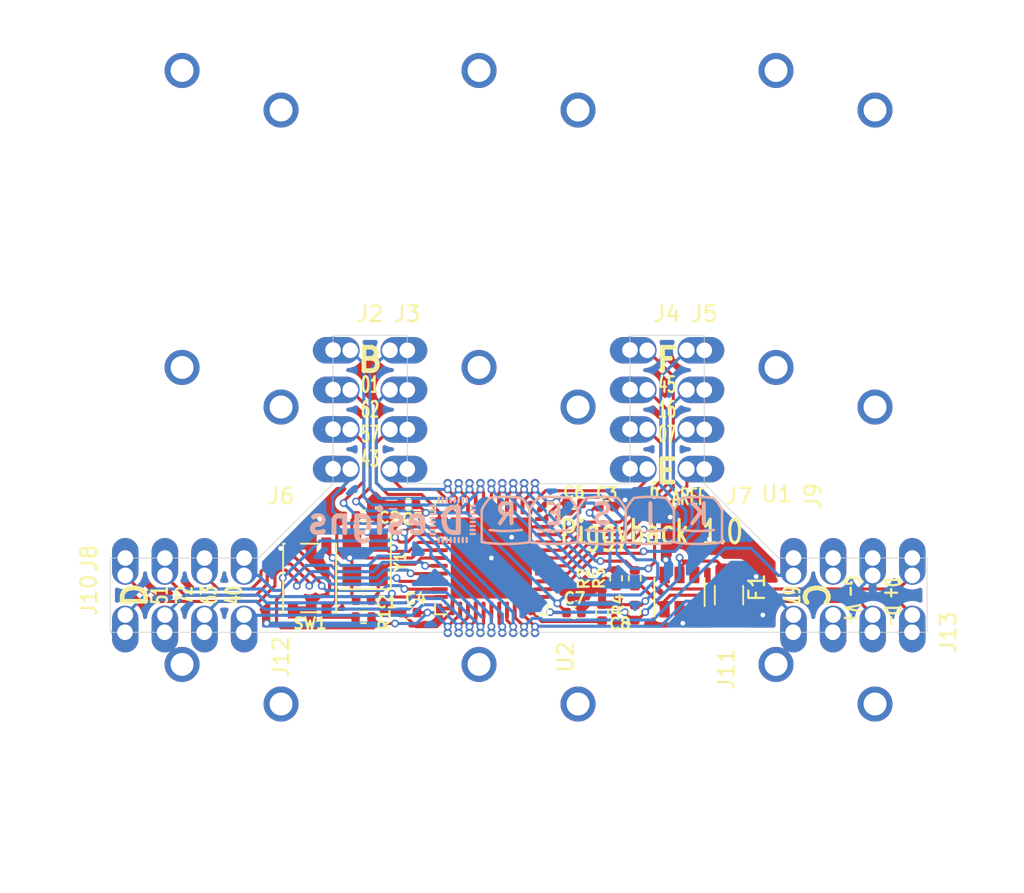
<source format=kicad_pcb>
(kicad_pcb (version 20210824) (generator pcbnew)
  (layers (0 "F.Cu" signal) (31 "B.Cu" signal) (34 "B.Paste" user) (35 "F.Paste" user) (36 "B.SilkS" user "B.Silkscreen") (37 "F.SilkS" user "F.Silkscreen") (38 "B.Mask" user) (39 "F.Mask" user) (44 "Edge.Cuts" user))
  (net 0 "")
  (net 1 "GND")
  (net 2 "+5V")
  (net 3 "VCC")
  (net 4 "D-")
  (net 5 "D+")
  (net 26 "RESET")
  (net 27 "D++")
  (net 28 "D--")
  (net 29 "X1")
  (net 30 "X2")
  (net 31 "UCAP")
  (net 32 "E2{slash}HWB")
  (net 33 "AREF")
  (net 34 "F0")
  (net 35 "F1")
  (net 36 "F4")
  (net 37 "F5")
  (net 38 "F6")
  (net 39 "F7")
  (net 40 "C7")
  (net 41 "C6")
  (net 42 "B6")
  (net 43 "B5")
  (net 44 "B4")
  (net 45 "D7")
  (net 46 "D6")
  (net 47 "D4")
  (net 48 "D5")
  (net 49 "D3")
  (net 50 "D2")
  (net 51 "D1")
  (net 52 "D0")
  (net 53 "B7")
  (net 54 "B0")
  (net 55 "E6")
  (net 56 "B3")
  (net 57 "B2")
  (net 58 "B1")
  (net 59 "Net-(J11-Pad4)")
  (net 60 "Net-(J11-Pad3)")
  (footprint "Capacitor_SMD:C_0402_1005Metric" (layer "F.Cu") (at 93.175 86.84375 90)
    (fp_text reference "C8")
    (fp_text value "10uF")
  )
  (footprint "Crystal:Crystal_SMD_3225-4Pin_3.2x2.5mm" (layer "F.Cu") (at 75.875 83.34375 90)
    (fp_text reference "Y1")
    (fp_text value "16MHz")
  )
  (footprint "Capacitor_SMD:C_0402_1005Metric" (layer "F.Cu") (at 75.775 86.04375 180)
    (fp_text reference "C1")
    (fp_text value "22pF")
  )
  (footprint "Capacitor_SMD:C_0402_1005Metric" (layer "F.Cu") (at 78.725 86.84375 180)
    (fp_text reference "C4")
    (fp_text value "0.1uF")
  )
  (footprint "Capacitor_SMD:C_0402_1005Metric" (layer "F.Cu") (at 75.775 80.64375 180)
    (fp_text reference "C2")
    (fp_text value "22pF")
  )
  (footprint "Capacitor_SMD:C_0402_1005Metric" (layer "F.Cu") (at 78.653459 79.908459 180)
    (fp_text reference "C5")
    (fp_text value "0.1uF")
  )
  (footprint "Capacitor_SMD:C_0402_1005Metric" (layer "F.Cu") (at 89.275 79.84375)
    (fp_text reference "C6")
    (fp_text value "0.1uF")
  )
  (footprint "Capacitor_SMD:C_0402_1005Metric" (layer "F.Cu") (at 91.375 80.04375)
    (fp_text reference "C3")
    (fp_text value "1uF")
  )
  (footprint "Resistor_SMD:R_0402_1005Metric" (layer "F.Cu") (at 75.775 87.14375 180)
    (fp_text reference "R1")
    (fp_text value "10k")
  )
  (footprint "Resistor_SMD:R_0402_1005Metric" (layer "F.Cu") (at 91.075 86.84375 -90)
    (fp_text reference "R4")
    (fp_text value "10K")
  )
  (footprint "Button_Switch_SMD:SW_SPST_PTS810" (layer "F.Cu") (at 72.317123 84.625014 90)
    (fp_text reference "SW1")
    (fp_text value "SW_Push")
  )
  (footprint "Fuse:Fuse_1206_3216Metric" (layer "F.Cu") (at 99.21875 85.725 -90)
    (fp_text reference "F1")
    (fp_text value "500mA")
  )
  (footprint "Resistor_SMD:R_0402_1005Metric" (layer "F.Cu") (at 93.175 84.64375 -90)
    (fp_text reference "R3")
    (fp_text value "22")
  )
  (footprint "Resistor_SMD:R_0402_1005Metric" (layer "F.Cu") (at 91.975 84.64375 -90)
    (fp_text reference "R2")
    (fp_text value "22")
  )
  (footprint "Capacitor_SMD:C_0402_1005Metric" (layer "F.Cu") (at 89.275 86.84375)
    (fp_text reference "C7")
    (fp_text value "0.1uF")
  )
  (footprint "Connector_PinHeader_2.54mm:PinHeader_1x04_P2.54mm_Vertical" (layer "F.Cu") (at 68.09375 88.10625 -90)
    (fp_text reference "J12")
    (fp_text value "Conn_01x04_Female")
  )
  (footprint "Package_TO_SOT_SMD:SOT-23-6" (layer "F.Cu") (at 96.04375 85.53 90)
    (fp_text reference "U1")
    (fp_text value "SRV05-4")
  )
  (footprint "Connector_PinHeader_2.54mm:PinHeader_1x04_P2.54mm_Vertical" (layer "F.Cu") (at 92.86875 77.61875 180)
    (fp_text reference "J7")
    (fp_text value "Conn_01x04_Female")
  )
  (footprint "Connector_PinHeader_2.54mm:PinHeader_1x04_P2.54mm_Vertical" (layer "F.Cu") (at 97.63125 70.01875)
    (fp_text reference "J5")
    (fp_text value "Conn_01x04_Female")
  )
  (footprint "Connector_PinHeader_2.54mm:PinHeader_1x04_P2.54mm_Vertical" (layer "F.Cu") (at 78.58125 70.01875)
    (fp_text reference "J3")
    (fp_text value "Conn_01x04_Female")
  )
  (footprint "Connector_PinHeader_2.54mm:PinHeader_2x04_P2.54mm_Vertical" (layer "F.Cu") (at 93.975 70.01875)
    (fp_text reference "J4")
    (fp_text value "Conn_02x04_Odd_Even")
  )
  (footprint "Connector_PinHeader_2.54mm:PinHeader_1x04_P2.54mm_Vertical" (layer "F.Cu") (at 103.35625 83.34375 90)
    (fp_text reference "J9")
    (fp_text value "Conn_01x04_Female")
  )
  (footprint "Connector_PinHeader_2.54mm:PinHeader_1x04_P2.54mm_Vertical" (layer "F.Cu") (at 60.49375 83.34375 90)
    (fp_text reference "J8")
    (fp_text value "Conn_01x04_Female")
  )
  (footprint "Connector_PinHeader_2.54mm:PinHeader_1x04_P2.54mm_Vertical" (layer "F.Cu") (at 73.81875 77.61875 180)
    (fp_text reference "J6")
    (fp_text value "Conn_01x04_Female")
  )
  (footprint "Connector_PinHeader_2.54mm:PinHeader_2x04_P2.54mm_Vertical" (layer "F.Cu") (at 60.49375 87 90)
    (fp_text reference "J10")
    (fp_text value "Conn_02x04_Odd_Even")
  )
  (footprint "Connector_PinHeader_2.54mm:PinHeader_1x04_P2.54mm_Vertical" (layer "F.Cu") (at 110.95625 88.10625 -90)
    (fp_text reference "J13")
    (fp_text value "Conn_01x04_Female")
  )
  (footprint "Connector_PinHeader_2.54mm:PinHeader_2x04_P2.54mm_Vertical" (layer "F.Cu") (at 74.925 70.01875)
    (fp_text reference "J2")
    (fp_text value "Conn_02x04_Odd_Even")
  )
  (footprint "Package_DFN_QFN:QFN-44-1EP_7x7mm_P0.5mm_EP5.2x5.2mm" (layer "F.Cu") (at 83.975 83.34375 -90)
    (fp_text reference "U2")
    (fp_text value "ATmega32U4-MU")
  )
  (footprint "Connector_PinHeader_2.54mm:PinHeader_2x04_P2.54mm_Vertical" (layer "F.Cu") (at 103.35625 87 90)
    (fp_text reference "J11")
    (fp_text value "Conn_02x04_Odd_Even")
  )
  (footprint "MX_Only:MXOnly-1U-NoLED" (layer "B.Cu") (at 66.675 57.15 180)
    (fp_text reference "MX1")
    (fp_text value "MX-NoLED")
  )
  (footprint "MX_Only:MXOnly-1U-NoLED" (layer "B.Cu") (at 66.675 76.2 180)
    (fp_text reference "MX4")
    (fp_text value "MX-NoLED")
  )
  (footprint "MX_Only:MXOnly-1U-NoLED" (layer "B.Cu") (at 66.675 95.25 180)
    (fp_text reference "MX7")
    (fp_text value "MX-NoLED")
  )
  (footprint "MX_Only:MXOnly-1U-NoLED" (layer "B.Cu") (at 85.725 57.15 180)
    (fp_text reference "MX2")
    (fp_text value "MX-NoLED")
  )
  (footprint "MX_Only:MXOnly-1U-NoLED" (layer "B.Cu") (at 85.725 76.2 180)
    (fp_text reference "MX5")
    (fp_text value "MX-NoLED")
  )
  (footprint "MX_Only:MXOnly-1U-NoLED" (layer "B.Cu") (at 85.725 95.25 180)
    (fp_text reference "MX8")
    (fp_text value "MX-NoLED")
  )
  (footprint "MX_Only:MXOnly-1U-NoLED" (layer "B.Cu") (at 104.775 57.15 180)
    (fp_text reference "MX3")
    (fp_text value "MX-NoLED")
  )
  (footprint "MX_Only:MXOnly-1U-NoLED" (layer "B.Cu") (at 104.775 76.2 180)
    (fp_text reference "MX6")
    (fp_text value "MX-NoLED")
  )
  (footprint "MX_Only:MXOnly-1U-NoLED" (layer "B.Cu") (at 104.775 95.25 180)
    (fp_text reference "MX9")
    (fp_text value "MX-NoLED")
  )
  (footprint "LOGO" (layer "B.Cu") (at 85.5625 80.9625 180)
    (fp_text reference "G***" hide)
    (fp_text value "LOGO" hide)
  )
  (gr_line (start 111.91875 88.10625) (end 59.53125 88.10625) (layer "Edge.Cuts") (width 0.05))
  (gr_line (start 78.58125 69.05625) (end 78.58125 78.58125) (layer "Edge.Cuts") (width 0.05))
  (gr_line (start 78.58125 78.58125) (end 92.86875 78.58125) (layer "Edge.Cuts") (width 0.05))
  (gr_line (start 111.91875 83.34375) (end 111.91875 88.10625) (layer "Edge.Cuts") (width 0.05))
  (gr_line (start 59.53125 83.34375) (end 69.05625 83.34375) (layer "Edge.Cuts") (width 0.05))
  (gr_line (start 102.39375 83.34375) (end 111.91875 83.34375) (layer "Edge.Cuts") (width 0.05))
  (gr_line (start 92.86875 69.05625) (end 97.63125 69.05625) (layer "Edge.Cuts") (width 0.05))
  (gr_line (start 73.81875 69.05625) (end 78.58125 69.05625) (layer "Edge.Cuts") (width 0.05))
  (gr_line (start 69.05625 83.34375) (end 73.81875 78.58125) (layer "Edge.Cuts") (width 0.05))
  (gr_line (start 97.63125 69.05625) (end 97.63125 78.58125) (layer "Edge.Cuts") (width 0.05))
  (gr_line (start 59.53125 88.10625) (end 59.53125 83.34375) (layer "Edge.Cuts") (width 0.05))
  (gr_line (start 73.81875 78.58125) (end 73.81875 69.05625) (layer "Edge.Cuts") (width 0.05))
  (gr_line (start 97.63125 78.58125) (end 102.39375 83.34375) (layer "Edge.Cuts") (width 0.05))
  (gr_line (start 92.86875 78.58125) (end 92.86875 69.05625) (layer "Edge.Cuts") (width 0.05))
  (gr_text "D+ D-" (at 109.694408 86.171253 270) (layer "F.SilkS") (effects (font (size 1 0.6))))
  (gr_text "51" (at 62.70125 85.725 90) (layer "F.SilkS") (effects (font (size 1 0.6))))
  (gr_text "B" (at 76.195 70.64375) (layer "F.SilkS") (effects (font (size 1.5 1.5) (thickness 0.3))))
  (gr_text "C" (at 104.77 85.725 270) (layer "F.SilkS") (effects (font (size 1.5 1.5) (thickness 0.3))))
  (gr_text "57" (at 76.195 75.40625) (layer "F.SilkS") (effects (font (size 1 0.6))))
  (gr_text "63\n" (at 65.87625 85.725 90) (layer "F.SilkS") (effects (font (size 1 0.6))))
  (gr_text "D" (at 61.11375 85.725 90) (layer "F.SilkS") (effects (font (size 1.5 1.5) (thickness 0.3))))
  (gr_text "16" (at 95.245 73.81875) (layer "F.SilkS") (effects (font (size 1 0.6))))
  (gr_text "G- V+" (at 107.099131 86.029309 270) (layer "F.SilkS") (effects (font (size 1 0.6))))
  (gr_text "67" (at 103.1825 85.725 270) (layer "F.SilkS") (effects (font (size 1 0.6))))
  (gr_text "43" (at 76.195 76.99375) (layer "F.SilkS") (effects (font (size 1 0.6))))
  (gr_text "E" (at 95.245 77.7875) (layer "F.SilkS") (effects (font (size 1.5 1.5) (thickness 0.3))))
  (gr_text "07" (at 95.245 75.40625) (layer "F.SilkS") (effects (font (size 1 0.6))))
  (gr_text "6" (at 94.432806 79.015361) (layer "F.SilkS") (effects (font (size 1 0.6))))
  (gr_text "45" (at 95.245 72.23125) (layer "F.SilkS") (effects (font (size 1 0.6))))
  (gr_text "Piggyback 1.0" (at 94.239155 81.678156) (layer "F.SilkS") (effects (font (size 1.5 1.1) (thickness 0.2))))
  (gr_text "72" (at 64.28875 85.73 90) (layer "F.SilkS") (effects (font (size 1 0.6))))
  (gr_text "F" (at 95.245 70.64375) (layer "F.SilkS") (effects (font (size 1.5 1.5) (thickness 0.3))))
  (gr_text "AREF" (at 96.65058 79.425018) (layer "F.SilkS") (effects (font (size 1 0.6))))
  (gr_text "40" (at 67.46375 85.725 90) (layer "F.SilkS") (effects (font (size 1 0.6))))
  (gr_text "01" (at 76.195 72.23125) (layer "F.SilkS") (effects (font (size 1 0.6))))
  (gr_text "62" (at 76.195 73.81875) (layer "F.SilkS") (effects (font (size 1 0.6))))
  (segment (start 87.3125 81.34375) (end 85.975 81.34375) (width 0.2) (layer "F.Cu") (net 1))
  (segment (start 73.995 81.61875) (end 74.059743 81.683493) (width 0.2) (layer "F.Cu") (net 1))
  (segment (start 89.755 86.84375) (end 90.265 86.33375) (width 0.2) (layer "F.Cu") (net 1))
  (segment (start 93.593414 86.36375) (end 93.851082 86.106082) (width 0.2) (layer "F.Cu") (net 1))
  (segment (start 74.059743 81.683493) (end 74.059743 82.906575) (width 0.2) (layer "F.Cu") (net 1))
  (segment (start 89.755 79.84375) (end 89.08 80.51875) (width 0.2) (layer "F.Cu") (net 1))
  (segment (start 93.59 86.36375) (end 93.593414 86.36375) (width 0.2) (layer "F.Cu") (net 1))
  (segment (start 84.475 80.00625) (end 84.475 82.84375) (width 0.2) (layer "F.Cu") (net 1))
  (segment (start 100.95625 84.53) (end 100.95625 83.73) (width 0.2) (layer "F.Cu") (net 1))
  (segment (start 70.45625 82.73) (end 70.636236 82.550014) (width 0.2) (layer "F.Cu") (net 1))
  (segment (start 84.675 78.94375) (end 84.675 78.54375) (width 0.2) (layer "F.Cu") (net 1))
  (segment (start 76.725 82.24375) (end 77.4 82.91875) (width 0.2) (layer "F.Cu") (net 1))
  (segment (start 84.475 80.00625) (end 84.475 79.14375) (width 0.2) (layer "F.Cu") (net 1))
  (segment (start 90.265 86.33375) (end 91.075 86.33375) (width 0.2) (layer "F.Cu") (net 1))
  (segment (start 80.6375 82.34375) (end 82.975 82.34375) (width 0.2) (layer "F.Cu") (net 1))
  (segment (start 78.695 82.91875) (end 79.27 82.34375) (width 0.2) (layer "F.Cu") (net 1))
  (segment (start 96.04375 87.3175) (end 96.25625 87.53) (width 0.2) (layer "F.Cu") (net 1))
  (segment (start 75.025 84.44375) (end 75.025 83.46125) (width 0.2) (layer "F.Cu") (net 1))
  (segment (start 95.445 80.71875) (end 95.445 83.167187) (width 0.2) (layer "F.Cu") (net 1))
  (segment (start 71.242123 82.550014) (end 71.963736 82.550014) (width 0.2) (layer "F.Cu") (net 1))
  (segment (start 93.175 86.36375) (end 93.59 86.36375) (width 0.2) (layer "F.Cu") (net 1))
  (segment (start 81.475 86.68125) (end 81.475 85.84375) (width 0.2) (layer "F.Cu") (net 1))
  (segment (start 95.445 83.167187) (end 95.159732 83.452455) (width 0.2) (layer "F.Cu") (net 1))
  (segment (start 72.895 81.61875) (end 73.995 81.61875) (width 0.2) (layer "F.Cu") (net 1))
  (segment (start 73.595 85.41875) (end 73.595 84.81875) (width 0.2) (layer "F.Cu") (net 1))
  (segment (start 91.855 80.04375) (end 91.255 79.44375) (width 0.2) (layer "F.Cu") (net 1))
  (segment (start 79.145 87.74375) (end 78.245 86.84375) (width 0.2) (layer "F.Cu") (net 1))
  (segment (start 74.059743 82.906575) (end 74.483168 83.33) (width 0.2) (layer "F.Cu") (net 1))
  (segment (start 75.025 85.77375) (end 75.025 84.44375) (width 0.2) (layer "F.Cu") (net 1))
  (segment (start 89.755 86.84375) (end 88.255 85.34375) (width 0.2) (layer "F.Cu") (net 1))
  (segment (start 91.255 79.44375) (end 90.155 79.44375) (width 0.2) (layer "F.Cu") (net 1))
  (segment (start 100.95625 83.73) (end 97.945 80.71875) (width 0.2) (layer "F.Cu") (net 1))
  (segment (start 75.295 86.04375) (end 75.025 85.77375) (width 0.2) (layer "F.Cu") (net 1))
  (segment (start 75.025 83.46125) (end 74.89375 83.33) (width 0.2) (layer "F.Cu") (net 1))
  (segment (start 70.636236 82.550014) (end 71.242123 82.550014) (width 0.2) (layer "F.Cu") (net 1))
  (segment (start 76.725 81.11375) (end 76.255 80.64375) (width 0.2) (layer "F.Cu") (net 1))
  (segment (start 89.08 80.51875) (end 88.645 80.51875) (width 0.2) (layer "F.Cu") (net 1))
  (segment (start 78.245 80.07875) (end 78.245 79.84375) (width 0.2) (layer "F.Cu") (net 1))
  (segment (start 79.27 82.34375) (end 80.6375 82.34375) (width 0.2) (layer "F.Cu") (net 1))
  (segment (start 96.04375 86.63) (end 96.04375 87.3175) (width 0.2) (layer "F.Cu") (net 1))
  (segment (start 77.4 82.91875) (end 78.695 82.91875) (width 0.2) (layer "F.Cu") (net 1))
  (segment (start 71.242123 86.700014) (end 72.113736 86.700014) (width 0.2) (layer "F.Cu") (net 1))
  (segment (start 76.725 81.59875) (end 78.245 80.07875) (width 0.2) (layer "F.Cu") (net 1))
  (segment (start 88.255 85.34375) (end 87.3125 85.34375) (width 0.2) (layer "F.Cu") (net 1))
  (segment (start 73.295 85.71875) (end 73.595 85.41875) (width 0.2) (layer "F.Cu") (net 1))
  (segment (start 91.855 80.04375) (end 92.12 80.04375) (width 0.2) (layer "F.Cu") (net 1))
  (segment (start 74.483168 83.33) (end 74.89375 83.33) (width 0.2) (layer "F.Cu") (net 1))
  (segment (start 97.945 80.71875) (end 95.445 80.71875) (width 0.2) (layer "F.Cu") (net 1))
  (segment (start 71.963736 82.550014) (end 72.895 81.61875) (width 0.2) (layer "F.Cu") (net 1))
  (segment (start 80.475 87.74375) (end 79.145 87.74375) (width 0.2) (layer "F.Cu") (net 1))
  (segment (start 76.725 81.11375) (end 76.725 82.24375) (width 0.2) (layer "F.Cu") (net 1))
  (segment (start 90.155 79.44375) (end 89.755 79.84375) (width 0.2) (layer "F.Cu") (net 1))
  (segment (start 73.095 85.71875) (end 73.295 85.71875) (width 0.2) (layer "F.Cu") (net 1))
  (segment (start 87.3125 85.34375) (end 85.975 85.34375) (width 0.2) (layer "F.Cu") (net 1))
  (segment (start 92.12 80.04375) (end 92.545 79.61875) (width 0.2) (layer "F.Cu") (net 1))
  (segment (start 72.113736 86.700014) (end 73.095 85.71875) (width 0.2) (layer "F.Cu") (net 1))
  (segment (start 88.645 80.51875) (end 87.82 81.34375) (width 0.2) (layer "F.Cu") (net 1))
  (segment (start 84.475 79.14375) (end 84.675 78.94375) (width 0.2) (layer "F.Cu") (net 1))
  (segment (start 81.475 86.74375) (end 80.475 87.74375) (width 0.2) (layer "F.Cu") (net 1))
  (segment (start 91.075 86.33375) (end 93.145 86.33375) (width 0.2) (layer "F.Cu") (net 1))
  (segment (start 87.82 81.34375) (end 87.3125 81.34375) (width 0.2) (layer "F.Cu") (net 1))
  (segment (start 73.595 84.81875) (end 71.326264 82.550014) (width 0.2) (layer "F.Cu") (net 1))
  (via (at 95.445 80.71875) (size 0.5) (drill 0.3) (layers "F.Cu" "B.Cu") (net 1))
  (via (at 72.95625 80.83) (size 0.5) (drill 0.3) (layers "F.Cu" "B.Cu") (net 1))
  (via (at 97.95625 82.13) (size 0.5) (drill 0.3) (layers "F.Cu" "B.Cu") (net 1))
  (via (at 95.159732 83.452455) (size 0.5) (drill 0.3) (layers "F.Cu" "B.Cu") (net 1))
  (via (at 70.45625 82.73) (size 0.5) (drill 0.3) (layers "F.Cu" "B.Cu") (net 1))
  (via (at 96.25625 87.53) (size 0.5) (drill 0.3) (layers "F.Cu" "B.Cu") (net 1))
  (via (at 92.545 79.61875) (size 0.5) (drill 0.3) (layers "F.Cu" "B.Cu") (net 1))
  (via (at 74.89375 83.33) (size 0.5) (drill 0.3) (layers "F.Cu" "B.Cu") (net 1))
  (via (at 101.38625 87) (size 0.5) (drill 0.3) (layers "F.Cu" "B.Cu") (net 1))
  (via (at 83.975 83.34375) (size 0.5) (drill 0.3) (layers "F.Cu" "B.Cu") (net 1))
  (via (at 84.675 78.94375) (size 0.5) (drill 0.3) (layers "F.Cu" "B.Cu") (net 1))
  (via (at 93.851082 86.106082) (size 0.5) (drill 0.3) (layers "F.Cu" "B.Cu") (net 1))
  (via (at 76.021539 81.675334) (size 0.5) (drill 0.3) (layers "F.Cu" "B.Cu") (net 1))
  (via (at 77.695 82.71875) (size 0.5) (drill 0.3) (layers "F.Cu" "B.Cu") (net 1))
  (via (at 100.95625 84.53) (size 0.5) (drill 0.3) (layers "F.Cu" "B.Cu") (net 1))
  (via (at 85.27633 82.009919) (size 0.5) (drill 0.3) (layers "F.Cu" "B.Cu") (net 1))
  (via (at 84.675 78.54375) (size 0.55) (drill 0.3) (layers "F.Cu" "B.Cu") (net 1))
  (via (at 69.55625 87.53) (size 0.5) (drill 0.3) (layers "F.Cu" "B.Cu") (net 1))
  (segment (start 82.275 86.04375) (end 83.375 87.14375) (width 0.2) (layer "B.Cu") (net 1))
  (segment (start 84.675 78.94375) (end 89.975 84.24375) (width 0.2) (layer "B.Cu") (net 1))
  (segment (start 94.345 79.61875) (end 95.445 80.71875) (width 0.2) (layer "B.Cu") (net 1))
  (segment (start 93.851082 86.106082) (end 95.159732 84.797432) (width 0.2) (layer "B.Cu") (net 1))
  (segment (start 75.88375 83.33) (end 76.495 82.71875) (width 0.2) (layer "B.Cu") (net 1))
  (segment (start 95.159732 84.797432) (end 95.159732 83.452455) (width 0.2) (layer "B.Cu") (net 1))
  (segment (start 96.78625 87) (end 101.38625 87) (width 0.2) (layer "B.Cu") (net 1))
  (segment (start 96.25625 87.53) (end 96.78625 87) (width 0.2) (layer "B.Cu") (net 1))
  (segment (start 74.275 81.54375) (end 76.075 81.54375) (width 0.2) (layer "B.Cu") (net 1))
  (segment (start 76.075 81.54375) (end 76.075 81.634151) (width 0.2) (layer "B.Cu") (net 1))
  (segment (start 74.89375 83.33) (end 75.88375 83.33) (width 0.2) (layer "B.Cu") (net 1))
  (segment (start 108.43625 84.46) (end 107.1775 85.71875) (width 0.2) (layer "B.Cu") (net 1))
  (segment (start 82.275 86.04375) (end 81.275 85.04375) (width 0.2) (layer "B.Cu") (net 1))
  (segment (start 76.495 82.71875) (end 77.695 82.71875) (width 0.2) (layer "B.Cu") (net 1))
  (segment (start 92.545 79.61875) (end 94.345 79.61875) (width 0.2) (layer "B.Cu") (net 1))
  (segment (start 102.145 85.71875) (end 100.95625 84.53) (width 0.2) (layer "B.Cu") (net 1))
  (segment (start 76.075 81.634151) (end 76.051004 81.658147) (width 0.2) (layer "B.Cu") (net 1))
  (segment (start 107.1775 85.71875) (end 102.145 85.71875) (width 0.2) (layer "B.Cu") (net 1))
  (segment (start 76.075 81.54375) (end 77.375 81.54375) (width 0.2) (layer "B.Cu") (net 1))
  (segment (start 83.475 80.00625) (end 83.475 79.14375) (width 0.2) (layer "F.Cu") (net 2))
  (segment (start 96.04375 83.975) (end 96.475 83.54375) (width 0.2) (layer "F.Cu") (net 2))
  (segment (start 78.095 82.31875) (end 77.795 82.01875) (width 0.2) (layer "F.Cu") (net 2))
  (segment (start 88.2075 86.25625) (end 87.795 85.84375) (width 0.2) (layer "F.Cu") (net 2))
  (segment (start 80.6375 81.84375) (end 79.07 81.84375) (width 0.2) (layer "F.Cu") (net 2))
  (segment (start 96.045 83.31875) (end 96.27 83.54375) (width 0.2) (layer "F.Cu") (net 2))
  (segment (start 81.975 86.94375) (end 81.175 87.74375) (width 0.2) (layer "F.Cu") (net 2))
  (segment (start 70.595 85.61875) (end 70.595 84.61875) (width 0.2) (layer "F.Cu") (net 2))
  (segment (start 79.205 86.84375) (end 79.875 86.84375) (width 0.2) (layer "F.Cu") (net 2))
  (segment (start 96.27 83.54375) (end 98.4375 83.54375) (width 0.2) (layer "F.Cu") (net 2))
  (segment (start 87.795 85.84375) (end 87.3125 85.84375) (width 0.2) (layer "F.Cu") (net 2))
  (segment (start 79.07 81.84375) (end 78.595 82.31875) (width 0.2) (layer "F.Cu") (net 2))
  (segment (start 78.77 80.44375) (end 79.775 80.44375) (width 0.2) (layer "F.Cu") (net 2))
  (segment (start 93.05 87.32375) (end 92.545 86.81875) (width 0.2) (layer "F.Cu") (net 2))
  (segment (start 70.195 86.01875) (end 70.595 85.61875) (width 0.2) (layer "F.Cu") (net 2))
  (segment (start 70.495 87.81875) (end 70.195 87.51875) (width 0.2) (layer "F.Cu") (net 2))
  (segment (start 93.34 87.32375) (end 93.845 86.81875) (width 0.2) (layer "F.Cu") (net 2))
  (segment (start 88.25875 79.84375) (end 88.795 79.84375) (width 0.2) (layer "F.Cu") (net 2))
  (segment (start 88.795 86.84375) (end 88.2075 86.25625) (width 0.2) (layer "F.Cu") (net 2))
  (segment (start 77.795 82.01875) (end 77.795 81.41875) (width 0.2) (layer "F.Cu") (net 2))
  (segment (start 76.285 87.14375) (end 76.685 87.54375) (width 0.2) (layer "F.Cu") (net 2))
  (segment (start 76.685 87.54375) (end 77.795 87.54375) (width 0.2) (layer "F.Cu") (net 2))
  (segment (start 70.195 87.51875) (end 70.195 86.01875) (width 0.2) (layer "F.Cu") (net 2))
  (segment (start 79.675 80.34375) (end 79.775 80.44375) (width 0.2) (layer "F.Cu") (net 2))
  (segment (start 79.205 79.87375) (end 79.675 80.34375) (width 0.2) (layer "F.Cu") (net 2))
  (segment (start 76.685 87.54375) (end 76.41 87.81875) (width 0.2) (layer "F.Cu") (net 2))
  (segment (start 85.975 79.74375) (end 86.775 78.94375) (width 0.2) (layer "F.Cu") (net 2))
  (segment (start 83.275 78.94375) (end 83.275 78.54375) (width 0.2) (layer "F.Cu") (net 2))
  (segment (start 77.795 81.41875) (end 78.77 80.44375) (width 0.2) (layer "F.Cu") (net 2))
  (segment (start 87.77 86.84375) (end 87.745 86.81875) (width 0.2) (layer "F.Cu") (net 2))
  (segment (start 98.4375 83.54375) (end 99.21875 84.325) (width 0.2) (layer "F.Cu") (net 2))
  (segment (start 88.795 86.84375) (end 87.77 86.84375) (width 0.2) (layer "F.Cu") (net 2))
  (segment (start 96.04375 84.43) (end 96.04375 83.975) (width 0.2) (layer "F.Cu") (net 2))
  (segment (start 76.41 87.81875) (end 70.495 87.81875) (width 0.2) (layer "F.Cu") (net 2))
  (segment (start 88.145 79.73) (end 88.25875 79.84375) (width 0.2) (layer "F.Cu") (net 2))
  (segment (start 88.3125 79.84375) (end 87.3125 80.84375) (width 0.2) (layer "F.Cu") (net 2))
  (segment (start 81.175 87.74375) (end 81.175 88.14375) (width 0.2) (layer "F.Cu") (net 2))
  (segment (start 83.475 79.14375) (end 83.275 78.94375) (width 0.2) (layer "F.Cu") (net 2))
  (segment (start 78.595 82.31875) (end 78.095 82.31875) (width 0.2) (layer "F.Cu") (net 2))
  (via (at 93.845 86.81875) (size 0.5) (drill 0.3) (layers "F.Cu" "B.Cu") (net 2))
  (via (at 77.795 87.54375) (size 0.5) (drill 0.3) (layers "F.Cu" "B.Cu") (net 2))
  (via (at 79.775 80.44375) (size 0.5) (drill 0.3) (layers "F.Cu" "B.Cu") (net 2))
  (via (at 83.275 78.54375) (size 0.55) (drill 0.3) (layers "F.Cu" "B.Cu") (net 2))
  (via (at 92.545 86.81875) (size 0.5) (drill 0.3) (layers "F.Cu" "B.Cu") (net 2))
  (via (at 87.745 86.81875) (size 0.5) (drill 0.3) (layers "F.Cu" "B.Cu") (net 2))
  (via (at 83.275 78.94375) (size 0.5) (drill 0.3) (layers "F.Cu" "B.Cu") (net 2))
  (via (at 96.045 83.31875) (size 0.5) (drill 0.3) (layers "F.Cu" "B.Cu") (net 2))
  (via (at 70.595 84.61875) (size 0.5) (drill 0.3) (layers "F.Cu" "B.Cu") (net 2))
  (via (at 88.2075 86.25625) (size 0.5) (drill 0.3) (layers "F.Cu" "B.Cu") (net 2))
  (via (at 79.875 86.84375) (size 0.5) (drill 0.3) (layers "F.Cu" "B.Cu") (net 2))
  (via (at 88.145 79.73) (size 0.5) (drill 0.3) (layers "F.Cu" "B.Cu") (net 2))
  (via (at 86.775 78.54375) (size 0.55) (drill 0.3) (layers "F.Cu" "B.Cu") (net 2))
  (via (at 81.175 88.14375) (size 0.55) (drill 0.3) (layers "F.Cu" "B.Cu") (net 2))
  (via (at 81.175 87.74375) (size 0.5) (drill 0.3) (layers "F.Cu" "B.Cu") (net 2))
  (via (at 77.795 82.01875) (size 0.5) (drill 0.3) (layers "F.Cu" "B.Cu") (net 2))
  (via (at 86.775 78.94375) (size 0.5) (drill 0.3) (layers "F.Cu" "B.Cu") (net 2))
  (segment (start 77.795 82.01875) (end 77.6 82.01875) (width 0.2) (layer "B.Cu") (net 2))
  (segment (start 86.775 78.94875) (end 86.775 78.94375) (width 0.2) (layer "B.Cu") (net 2))
  (segment (start 80.275 86.84375) (end 81.175 87.74375) (width 0.2) (layer "B.Cu") (net 2))
  (segment (start 88.2075 86.25625) (end 82.395 80.44375) (width 0.2) (layer "B.Cu") (net 2))
  (segment (start 72.97 82.24375) (end 70.595 84.61875) (width 0.2) (layer "B.Cu") (net 2))
  (segment (start 90.945 79.31875) (end 92.545 80.91875) (width 0.2) (layer "B.Cu") (net 2))
  (segment (start 88.145 79.73) (end 87.55625 79.73) (width 0.2) (layer "B.Cu") (net 2))
  (segment (start 96.045 84.61875) (end 96.045 83.31875) (width 0.2) (layer "B.Cu") (net 2))
  (segment (start 79.175 87.54375) (end 79.875 86.84375) (width 0.2) (layer "B.Cu") (net 2))
  (segment (start 77.375 82.24375) (end 72.97 82.24375) (width 0.2) (layer "B.Cu") (net 2))
  (segment (start 79.875 86.84375) (end 80.275 86.84375) (width 0.2) (layer "B.Cu") (net 2))
  (segment (start 93.845 86.81875) (end 96.045 84.61875) (width 0.2) (layer "B.Cu") (net 2))
  (segment (start 77.6 82.01875) (end 77.375 82.24375) (width 0.2) (layer "B.Cu") (net 2))
  (segment (start 88.145 79.73) (end 88.145 79.71875) (width 0.2) (layer "B.Cu") (net 2))
  (segment (start 88.745 85.71875) (end 88.2075 86.25625) (width 0.2) (layer "B.Cu") (net 2))
  (segment (start 88.145 79.71875) (end 88.545 79.31875) (width 0.2) (layer "B.Cu") (net 2))
  (segment (start 94.645 84.61875) (end 93.545 85.71875) (width 0.2) (layer "B.Cu") (net 2))
  (segment (start 92.545 80.91875) (end 92.545 82.71875) (width 0.2) (layer "B.Cu") (net 2))
  (segment (start 93.285322 83.459072) (end 94.385322 83.459072) (width 0.2) (layer "B.Cu") (net 2))
  (segment (start 92.545 86.81875) (end 87.745 86.81875) (width 0.2) (layer "B.Cu") (net 2))
  (segment (start 93.545 85.71875) (end 88.745 85.71875) (width 0.2) (layer "B.Cu") (net 2))
  (segment (start 79.775 80.44375) (end 82.395 80.44375) (width 0.2) (layer "B.Cu") (net 2))
  (segment (start 88.545 79.31875) (end 90.945 79.31875) (width 0.2) (layer "B.Cu") (net 2))
  (segment (start 92.545 82.71875) (end 93.285322 83.459072) (width 0.2) (layer "B.Cu") (net 2))
  (segment (start 77.795 87.54375) (end 79.175 87.54375) (width 0.2) (layer "B.Cu") (net 2))
  (segment (start 87.55625 79.73) (end 86.775 78.94875) (width 0.2) (layer "B.Cu") (net 2))
  (segment (start 94.385322 83.459072) (end 94.645 83.71875) (width 0.2) (layer "B.Cu") (net 2))
  (segment (start 86.775 78.94375) (end 86.775 78.54375) (width 0.2) (layer "B.Cu") (net 2))
  (segment (start 81.775 80.44375) (end 83.275 78.94375) (width 0.2) (layer "B.Cu") (net 2))
  (segment (start 94.645 83.71875) (end 94.645 84.61875) (width 0.2) (layer "B.Cu") (net 2))
  (segment (start 107.56625 86.13) (end 108.43625 87) (width 0.2) (layer "F.Cu") (net 3))
  (segment (start 100.21375 86.13) (end 107.56625 86.13) (width 0.2) (layer "F.Cu") (net 3))
  (segment (start 99.21875 87.125) (end 100.21375 86.13) (width 0.2) (layer "F.Cu") (net 3))
  (segment (start 95.09375 86.0925) (end 95.45625 85.73) (width 0.2) (layer "F.Cu") (net 4))
  (segment (start 95.09375 86.63) (end 93.6175 85.15375) (width 0.2) (layer "F.Cu") (net 4))
  (segment (start 95.09375 86.63) (end 95.09375 86.0925) (width 0.2) (layer "F.Cu") (net 4))
  (segment (start 109.70625 85.73) (end 110.97625 87) (width 0.2) (layer "F.Cu") (net 4))
  (segment (start 93.6175 85.15375) (end 93.175 85.15375) (width 0.2) (layer "F.Cu") (net 4))
  (segment (start 95.45625 85.73) (end 109.70625 85.73) (width 0.2) (layer "F.Cu") (net 4))
  (segment (start 95.09375 84.43) (end 95.09375 84.9675) (width 0.2) (layer "F.Cu") (net 5))
  (segment (start 95.45625 85.33) (end 110.10625 85.33) (width 0.2) (layer "F.Cu") (net 5))
  (segment (start 94.88 84.64375) (end 92.485 84.64375) (width 0.2) (layer "F.Cu") (net 5))
  (segment (start 95.09375 84.9675) (end 95.45625 85.33) (width 0.2) (layer "F.Cu") (net 5))
  (segment (start 92.485 84.64375) (end 91.975 85.15375) (width 0.2) (layer "F.Cu") (net 5))
  (segment (start 110.10625 85.33) (end 110.97625 84.46) (width 0.2) (layer "F.Cu") (net 5))
  (segment (start 75.265 87.14375) (end 73.175 87.14375) (width 0.2) (layer "F.Cu") (net 26))
  (segment (start 73.392123 86.700014) (end 73.995 86.097137) (width 0.2) (layer "F.Cu") (net 26))
  (segment (start 73.175 87.14375) (end 73.15 87.11875) (width 0.2) (layer "F.Cu") (net 26))
  (segment (start 73.4325 82.96875) (end 73.79375 83.33) (width 0.2) (layer "F.Cu") (net 26))
  (segment (start 73.995 83.51875) (end 73.895 83.41875) (width 0.2) (layer "F.Cu") (net 26))
  (segment (start 78.77 81.34375) (end 80.6375 81.34375) (width 0.2) (layer "F.Cu") (net 26))
  (segment (start 78.395 81.71875) (end 78.77 81.34375) (width 0.2) (layer "F.Cu") (net 26))
  (segment (start 73.995 86.097137) (end 73.995 83.51875) (width 0.2) (layer "F.Cu") (net 26))
  (via (at 73.79375 83.33) (size 0.5) (drill 0.3) (layers "F.Cu" "B.Cu") (net 26))
  (via (at 78.395 81.71875) (size 0.5) (drill 0.3) (layers "F.Cu" "B.Cu") (net 26))
  (segment (start 74.295 83.81875) (end 76.095 83.81875) (width 0.2) (layer "B.Cu") (net 26))
  (segment (start 78.495 81.81875) (end 78.395 81.71875) (width 0.2) (layer "B.Cu") (net 26))
  (segment (start 76.095 83.81875) (end 76.695 83.21875) (width 0.2) (layer "B.Cu") (net 26))
  (segment (start 78.495 82.81875) (end 78.495 81.81875) (width 0.2) (layer "B.Cu") (net 26))
  (segment (start 78.095 83.21875) (end 78.495 82.81875) (width 0.2) (layer "B.Cu") (net 26))
  (segment (start 76.695 83.21875) (end 78.095 83.21875) (width 0.2) (layer "B.Cu") (net 26))
  (segment (start 73.895 83.41875) (end 74.295 83.81875) (width 0.2) (layer "B.Cu") (net 26))
  (segment (start 73.8825 83.41875) (end 73.79375 83.33) (width 0.2) (layer "B.Cu") (net 26))
  (segment (start 73.895 83.41875) (end 73.8825 83.41875) (width 0.2) (layer "B.Cu") (net 26))
  (segment (start 91.975 84.13375) (end 90.585 84.13375) (width 0.2) (layer "F.Cu") (net 27))
  (segment (start 84.975 80.00625) (end 84.975 79.34375) (width 0.2) (layer "F.Cu") (net 27))
  (segment (start 84.975 79.34375) (end 85.375 78.94375) (width 0.2) (layer "F.Cu") (net 27))
  (segment (start 90.585 84.13375) (end 90.575 84.14375) (width 0.2) (layer "F.Cu") (net 27))
  (via (at 85.375 78.54375) (size 0.55) (drill 0.3) (layers "F.Cu" "B.Cu") (net 27))
  (via (at 85.375 78.94375) (size 0.5) (drill 0.3) (layers "F.Cu" "B.Cu") (net 27))
  (via (at 90.575 84.14375) (size 0.5) (drill 0.3) (layers "F.Cu" "B.Cu") (net 27))
  (segment (start 90.575 84.14375) (end 85.375 78.94375) (width 0.2) (layer "B.Cu") (net 27))
  (segment (start 85.375 78.94375) (end 85.375 78.54375) (width 0.2) (layer "B.Cu") (net 27))
  (segment (start 86.075 78.94375) (end 86.075 78.54375) (width 0.2) (layer "F.Cu") (net 28))
  (segment (start 93.175 84.13375) (end 92.585 83.54375) (width 0.2) (layer "F.Cu") (net 28))
  (segment (start 85.475 79.54375) (end 86.075 78.94375) (width 0.2) (layer "F.Cu") (net 28))
  (segment (start 92.585 83.54375) (end 90.975 83.54375) (width 0.2) (layer "F.Cu") (net 28))
  (segment (start 85.475 80.00625) (end 85.475 79.54375) (width 0.2) (layer "F.Cu") (net 28))
  (via (at 86.075 78.94375) (size 0.5) (drill 0.3) (layers "F.Cu" "B.Cu") (net 28))
  (via (at 90.975 83.54375) (size 0.5) (drill 0.3) (layers "F.Cu" "B.Cu") (net 28))
  (via (at 86.075 78.54375) (size 0.55) (drill 0.3) (layers "F.Cu" "B.Cu") (net 28))
  (segment (start 90.675 83.54375) (end 86.075 78.94375) (width 0.2) (layer "B.Cu") (net 28))
  (segment (start 90.975 83.54375) (end 90.675 83.54375) (width 0.2) (layer "B.Cu") (net 28))
  (segment (start 79.475 83.34375) (end 80.6375 83.34375) (width 0.2) (layer "F.Cu") (net 29))
  (segment (start 77.425 83.74375) (end 79.075 83.74375) (width 0.2) (layer "F.Cu") (net 29))
  (segment (start 76.725 84.44375) (end 77.425 83.74375) (width 0.2) (layer "F.Cu") (net 29))
  (segment (start 76.255 86.04375) (end 76.725 85.57375) (width 0.2) (layer "F.Cu") (net 29))
  (segment (start 79.075 83.74375) (end 79.475 83.34375) (width 0.2) (layer "F.Cu") (net 29))
  (segment (start 76.725 85.57375) (end 76.725 84.44375) (width 0.2) (layer "F.Cu") (net 29))
  (segment (start 75.025 80.91375) (end 75.025 82.24375) (width 0.2) (layer "F.Cu") (net 30))
  (segment (start 79.375 82.84375) (end 78.875 83.34375) (width 0.2) (layer "F.Cu") (net 30))
  (segment (start 75.295 80.64375) (end 75.025 80.91375) (width 0.2) (layer "F.Cu") (net 30))
  (segment (start 80.6375 82.84375) (end 79.375 82.84375) (width 0.2) (layer "F.Cu") (net 30))
  (segment (start 78.875 83.34375) (end 75.875 83.34375) (width 0.2) (layer "F.Cu") (net 30))
  (segment (start 75.875 83.34375) (end 75.025 82.49375) (width 0.2) (layer "F.Cu") (net 30))
  (segment (start 90.275 80.44375) (end 90.675 80.04375) (width 0.2) (layer "F.Cu") (net 31))
  (segment (start 83.975 80.00625) (end 83.975 78.94375) (width 0.2) (layer "F.Cu") (net 31))
  (segment (start 90.675 80.04375) (end 90.895 80.04375) (width 0.2) (layer "F.Cu") (net 31))
  (via (at 90.275 80.44375) (size 0.5) (drill 0.3) (layers "F.Cu" "B.Cu") (net 31))
  (via (at 83.975 78.94375) (size 0.5) (drill 0.3) (layers "F.Cu" "B.Cu") (net 31))
  (via (at 83.975 78.54375) (size 0.55) (drill 0.3) (layers "F.Cu" "B.Cu") (net 31))
  (segment (start 90.775 84.74375) (end 91.575 83.94375) (width 0.2) (layer "B.Cu") (net 31))
  (segment (start 89.775 84.74375) (end 90.775 84.74375) (width 0.2) (layer "B.Cu") (net 31))
  (segment (start 91.575 81.74375) (end 90.275 80.44375) (width 0.2) (layer "B.Cu") (net 31))
  (segment (start 83.975 78.94375) (end 89.775 84.74375) (width 0.2) (layer "B.Cu") (net 31))
  (segment (start 83.975 78.94375) (end 83.975 78.54375) (width 0.2) (layer "B.Cu") (net 31))
  (segment (start 91.575 83.94375) (end 91.575 81.74375) (width 0.2) (layer "B.Cu") (net 31))
  (segment (start 91.01 87.41875) (end 87.2125 87.41875) (width 0.2) (layer "F.Cu") (net 32))
  (segment (start 87.2125 87.41875) (end 86.475 86.68125) (width 0.2) (layer "F.Cu") (net 32))
  (segment (start 94.045 84.01875) (end 94.445 83.61875) (width 0.2) (layer "F.Cu") (net 33))
  (segment (start 88.945 81.21875) (end 88.945 81.11875) (width 0.2) (layer "F.Cu") (net 33))
  (segment (start 87.3125 81.84375) (end 88.32 81.84375) (width 0.2) (layer "F.Cu") (net 33))
  (segment (start 96.515 78.74875) (end 96.515 77.63875) (width 0.2) (layer "F.Cu") (net 33))
  (segment (start 94.445 80.81875) (end 96.515 78.74875) (width 0.2) (layer "F.Cu") (net 33))
  (segment (start 88.32 81.84375) (end 88.945 81.21875) (width 0.2) (layer "F.Cu") (net 33))
  (segment (start 94.445 83.61875) (end 94.445 80.81875) (width 0.2) (layer "F.Cu") (net 33))
  (via (at 88.945 81.11875) (size 0.5) (drill 0.3) (layers "F.Cu" "B.Cu") (net 33))
  (via (at 94.045 84.01875) (size 0.5) (drill 0.3) (layers "F.Cu" "B.Cu") (net 33))
  (segment (start 92.945 84.01875) (end 94.045 84.01875) (width 0.2) (layer "B.Cu") (net 33))
  (segment (start 92.045 83.11875) (end 92.945 84.01875) (width 0.2) (layer "B.Cu") (net 33))
  (segment (start 89.645 80.11875) (end 89.945 79.81875) (width 0.2) (layer "B.Cu") (net 33))
  (segment (start 92.045 81.31875) (end 92.045 83.11875) (width 0.2) (layer "B.Cu") (net 33))
  (segment (start 88.945 81.11875) (end 89.645 80.41875) (width 0.2) (layer "B.Cu") (net 33))
  (segment (start 89.945 79.81875) (end 90.545 79.81875) (width 0.2) (layer "B.Cu") (net 33))
  (segment (start 89.645 80.41875) (end 89.645 80.11875) (width 0.2) (layer "B.Cu") (net 33))
  (segment (start 90.545 79.81875) (end 92.045 81.31875) (width 0.2) (layer "B.Cu") (net 33))
  (segment (start 94.845 78.41875) (end 94.845 75.96875) (width 0.2) (layer "F.Cu") (net 34))
  (segment (start 88.475 82.34375) (end 89.775 81.04375) (width 0.2) (layer "F.Cu") (net 34))
  (segment (start 87.3125 82.34375) (end 88.475 82.34375) (width 0.2) (layer "F.Cu") (net 34))
  (segment (start 89.775 81.04375) (end 92.22 81.04375) (width 0.2) (layer "F.Cu") (net 34))
  (segment (start 94.845 75.96875) (end 93.975 75.09875) (width 0.2) (layer "F.Cu") (net 34))
  (segment (start 92.22 81.04375) (end 94.845 78.41875) (width 0.2) (layer "F.Cu") (net 34))
  (segment (start 88.575 82.84375) (end 89.975 81.44375) (width 0.2) (layer "F.Cu") (net 35))
  (segment (start 92.42 81.44375) (end 95.245 78.61875) (width 0.2) (layer "F.Cu") (net 35))
  (segment (start 95.245 73.82875) (end 93.975 72.55875) (width 0.2) (layer "F.Cu") (net 35))
  (segment (start 89.975 81.44375) (end 92.42 81.44375) (width 0.2) (layer "F.Cu") (net 35))
  (segment (start 87.3125 82.84375) (end 88.575 82.84375) (width 0.2) (layer "F.Cu") (net 35))
  (segment (start 95.245 78.61875) (end 95.245 73.82875) (width 0.2) (layer "F.Cu") (net 35))
  (segment (start 90.175 81.84375) (end 92.62 81.84375) (width 0.2) (layer "F.Cu") (net 36))
  (segment (start 87.3125 83.34375) (end 88.675 83.34375) (width 0.2) (layer "F.Cu") (net 36))
  (segment (start 92.62 81.84375) (end 95.645 78.81875) (width 0.2) (layer "F.Cu") (net 36))
  (segment (start 95.645 71.68875) (end 93.975 70.01875) (width 0.2) (layer "F.Cu") (net 36))
  (segment (start 88.675 83.34375) (end 90.175 81.84375) (width 0.2) (layer "F.Cu") (net 36))
  (segment (start 95.645 78.81875) (end 95.645 71.68875) (width 0.2) (layer "F.Cu") (net 36))
  (segment (start 87.3125 83.84375) (end 88.775 83.84375) (width 0.2) (layer "F.Cu") (net 37))
  (segment (start 93.02 82.24375) (end 93.745 81.51875) (width 0.2) (layer "F.Cu") (net 37))
  (segment (start 88.775 83.84375) (end 90.375 82.24375) (width 0.2) (layer "F.Cu") (net 37))
  (segment (start 90.375 82.24375) (end 93.02 82.24375) (width 0.2) (layer "F.Cu") (net 37))
  (via (at 93.745 81.51875) (size 0.5) (drill 0.3) (layers "F.Cu" "B.Cu") (net 37))
  (segment (start 96.445 80.31875) (end 94.845 78.71875) (width 0.2) (layer "B.Cu") (net 37))
  (segment (start 93.745 81.51875) (end 95.945 81.51875) (width 0.2) (layer "B.Cu") (net 37))
  (segment (start 94.845 78.71875) (end 94.845 71.68875) (width 0.2) (layer "B.Cu") (net 37))
  (segment (start 95.945 81.51875) (end 96.445 81.01875) (width 0.2) (layer "B.Cu") (net 37))
  (segment (start 94.845 71.68875) (end 96.515 70.01875) (width 0.2) (layer "B.Cu") (net 37))
  (segment (start 96.445 81.01875) (end 96.445 80.31875) (width 0.2) (layer "B.Cu") (net 37))
  (segment (start 93.745 82.21875) (end 93.32 82.64375) (width 0.2) (layer "F.Cu") (net 38))
  (segment (start 93.32 82.64375) (end 90.575 82.64375) (width 0.2) (layer "F.Cu") (net 38))
  (segment (start 90.575 82.64375) (end 88.875 84.34375) (width 0.2) (layer "F.Cu") (net 38))
  (segment (start 88.875 84.34375) (end 87.3125 84.34375) (width 0.2) (layer "F.Cu") (net 38))
  (via (at 93.745 82.21875) (size 0.5) (drill 0.3) (layers "F.Cu" "B.Cu") (net 38))
  (segment (start 96.845 81.21875) (end 96.845 80.11875) (width 0.2) (layer "B.Cu") (net 38))
  (segment (start 95.245 73.82875) (end 96.515 72.55875) (width 0.2) (layer "B.Cu") (net 38))
  (segment (start 95.245 78.51875) (end 95.245 73.82875) (width 0.2) (layer "B.Cu") (net 38))
  (segment (start 95.845 82.21875) (end 96.845 81.21875) (width 0.2) (layer "B.Cu") (net 38))
  (segment (start 93.745 82.21875) (end 95.845 82.21875) (width 0.2) (layer "B.Cu") (net 38))
  (segment (start 96.845 80.11875) (end 95.245 78.51875) (width 0.2) (layer "B.Cu") (net 38))
  (segment (start 93.62 83.04375) (end 93.745 82.91875) (width 0.2) (layer "F.Cu") (net 39))
  (segment (start 90.775 83.04375) (end 93.62 83.04375) (width 0.2) (layer "F.Cu") (net 39))
  (segment (start 88.975 84.84375) (end 90.775 83.04375) (width 0.2) (layer "F.Cu") (net 39))
  (segment (start 87.3125 84.84375) (end 88.975 84.84375) (width 0.2) (layer "F.Cu") (net 39))
  (via (at 93.745 82.91875) (size 0.5) (drill 0.3) (layers "F.Cu" "B.Cu") (net 39))
  (segment (start 97.245 81.41875) (end 97.245 79.91875) (width 0.2) (layer "B.Cu") (net 39))
  (segment (start 95.745 82.91875) (end 97.245 81.41875) (width 0.2) (layer "B.Cu") (net 39))
  (segment (start 95.645 75.96875) (end 96.515 75.09875) (width 0.2) (layer "B.Cu") (net 39))
  (segment (start 93.745 82.91875) (end 95.745 82.91875) (width 0.2) (layer "B.Cu") (net 39))
  (segment (start 97.245 79.91875) (end 95.645 78.31875) (width 0.2) (layer "B.Cu") (net 39))
  (segment (start 95.645 78.31875) (end 95.645 75.96875) (width 0.2) (layer "B.Cu") (net 39))
  (segment (start 85.975 86.94375) (end 86.775 87.74375) (width 0.2) (layer "F.Cu") (net 40))
  (via (at 86.775 88.14375) (size 0.55) (drill 0.3) (layers "F.Cu" "B.Cu") (net 40))
  (via (at 86.775 87.74375) (size 0.5) (drill 0.3) (layers "F.Cu" "B.Cu") (net 40))
  (segment (start 86.8 87.71875) (end 94.83875 87.71875) (width 0.2) (layer "B.Cu") (net 40))
  (segment (start 86.775 87.74375) (end 86.775 88.14375) (width 0.2) (layer "B.Cu") (net 40))
  (segment (start 96.43875 86.11875) (end 102.475 86.11875) (width 0.2) (layer "B.Cu") (net 40))
  (segment (start 86.775 87.74375) (end 86.8 87.71875) (width 0.2) (layer "B.Cu") (net 40))
  (segment (start 102.475 86.11875) (end 103.35625 87) (width 0.2) (layer "B.Cu") (net 40))
  (segment (start 94.83875 87.71875) (end 96.43875 86.11875) (width 0.2) (layer "B.Cu") (net 40))
  (segment (start 85.475 87.14375) (end 86.075 87.74375) (width 0.2) (layer "F.Cu") (net 41))
  (segment (start 85.475 86.68125) (end 85.475 87.14375) (width 0.2) (layer "F.Cu") (net 41))
  (segment (start 86.075 87.74375) (end 86.075 88.14375) (width 0.2) (layer "F.Cu") (net 41))
  (via (at 86.075 87.74375) (size 0.5) (drill 0.3) (layers "F.Cu" "B.Cu") (net 41))
  (via (at 86.075 88.14375) (size 0.55) (drill 0.3) (layers "F.Cu" "B.Cu") (net 41))
  (segment (start 102.38625 84.46) (end 103.35625 84.46) (width 0.2) (layer "B.Cu") (net 41))
  (segment (start 100.645 82.71875) (end 102.38625 84.46) (width 0.2) (layer "B.Cu") (net 41))
  (segment (start 87.145 87.21875) (end 87.245 87.31875) (width 0.2) (layer "B.Cu") (net 41))
  (segment (start 86.6 87.21875) (end 87.145 87.21875) (width 0.2) (layer "B.Cu") (net 41))
  (segment (start 86.075 87.74375) (end 86.6 87.21875) (width 0.2) (layer "B.Cu") (net 41))
  (segment (start 87.245 87.31875) (end 94.345 87.31875) (width 0.2) (layer "B.Cu") (net 41))
  (segment (start 94.345 87.31875) (end 98.945 82.71875) (width 0.2) (layer "B.Cu") (net 41))
  (segment (start 98.945 82.71875) (end 100.645 82.71875) (width 0.2) (layer "B.Cu") (net 41))
  (segment (start 75.295 79.71875) (end 76.195 78.81875) (width 0.2) (layer "F.Cu") (net 42))
  (segment (start 76.195 73.82875) (end 74.925 72.55875) (width 0.2) (layer "F.Cu") (net 42))
  (segment (start 84.975 87.34375) (end 85.375 87.74375) (width 0.2) (layer "F.Cu") (net 42))
  (segment (start 76.195 78.81875) (end 76.195 73.82875) (width 0.2) (layer "F.Cu") (net 42))
  (segment (start 84.975 86.68125) (end 84.975 87.34375) (width 0.2) (layer "F.Cu") (net 42))
  (via (at 85.375 88.14375) (size 0.55) (drill 0.3) (layers "F.Cu" "B.Cu") (net 42))
  (via (at 75.295 79.71875) (size 0.5) (drill 0.3) (layers "F.Cu" "B.Cu") (net 42))
  (via (at 85.375 87.74375) (size 0.5) (drill 0.3) (layers "F.Cu" "B.Cu") (net 42))
  (segment (start 85.375 86.84375) (end 85.375 87.74375) (width 0.2) (layer "B.Cu") (net 42))
  (segment (start 85.375 87.74375) (end 85.375 88.14375) (width 0.2) (layer "B.Cu") (net 42))
  (segment (start 78.85 80.31875) (end 75.995 80.31875) (width 0.2) (layer "B.Cu") (net 42))
  (segment (start 75.395 79.71875) (end 75.295 79.71875) (width 0.2) (layer "B.Cu") (net 42))
  (segment (start 78.85 80.31875) (end 85.375 86.84375) (width 0.2) (layer "B.Cu") (net 42))
  (segment (start 75.995 80.31875) (end 75.395 79.71875) (width 0.2) (layer "B.Cu") (net 42))
  (segment (start 74.495 79.71875) (end 75.795 78.41875) (width 0.2) (layer "F.Cu") (net 43))
  (segment (start 84.475 87.54375) (end 84.675 87.74375) (width 0.2) (layer "F.Cu") (net 43))
  (segment (start 84.475 86.68125) (end 84.475 87.54375) (width 0.2) (layer "F.Cu") (net 43))
  (segment (start 75.795 75.96875) (end 74.925 75.09875) (width 0.2) (layer "F.Cu") (net 43))
  (segment (start 74.495 79.81875) (end 74.495 79.71875) (width 0.2) (layer "F.Cu") (net 43))
  (segment (start 84.675 87.74375) (end 84.675 88.14375) (width 0.2) (layer "F.Cu") (net 43))
  (segment (start 75.795 78.41875) (end 75.795 75.96875) (width 0.2) (layer "F.Cu") (net 43))
  (via (at 84.675 88.14375) (size 0.55) (drill 0.3) (layers "F.Cu" "B.Cu") (net 43))
  (via (at 74.495 79.81875) (size 0.5) (drill 0.3) (layers "F.Cu" "B.Cu") (net 43))
  (via (at 84.675 87.74375) (size 0.5) (drill 0.3) (layers "F.Cu" "B.Cu") (net 43))
  (segment (start 80.575 82.84375) (end 80.575 82.59875) (width 0.2) (layer "B.Cu") (net 43))
  (segment (start 84.675 86.94375) (end 80.575 82.84375) (width 0.2) (layer "B.Cu") (net 43))
  (segment (start 84.675 87.74375) (end 84.675 86.94375) (width 0.2) (layer "B.Cu") (net 43))
  (segment (start 75.395 80.71875) (end 74.495 79.81875) (width 0.2) (layer "B.Cu") (net 43))
  (segment (start 80.575 82.59875) (end 78.695 80.71875) (width 0.2) (layer "B.Cu") (net 43))
  (segment (start 78.695 80.71875) (end 75.395 80.71875) (width 0.2) (layer "B.Cu") (net 43))
  (segment (start 83.975 86.68125) (end 83.975 87.74375) (width 0.2) (layer "F.Cu") (net 44))
  (via (at 83.975 88.14375) (size 0.55) (drill 0.3) (layers "F.Cu" "B.Cu") (net 44))
  (via (at 83.975 87.74375) (size 0.5) (drill 0.3) (layers "F.Cu" "B.Cu") (net 44))
  (segment (start 73.795 80.31875) (end 74.595 81.11875) (width 0.2) (layer "B.Cu") (net 44))
  (segment (start 83.975 87.04375) (end 83.975 87.74375) (width 0.2) (layer "B.Cu") (net 44))
  (segment (start 80.095 83.16375) (end 83.975 87.04375) (width 0.2) (layer "B.Cu") (net 44))
  (segment (start 74.595 81.11875) (end 78.495 81.11875) (width 0.2) (layer "B.Cu") (net 44))
  (segment (start 83.975 87.74375) (end 83.975 88.14375) (width 0.2) (layer "B.Cu") (net 44))
  (segment (start 74.925 78.28875) (end 73.795 79.41875) (width 0.2) (layer "B.Cu") (net 44))
  (segment (start 80.095 82.71875) (end 80.095 83.16375) (width 0.2) (layer "B.Cu") (net 44))
  (segment (start 78.495 81.11875) (end 80.095 82.71875) (width 0.2) (layer "B.Cu") (net 44))
  (segment (start 73.795 79.41875) (end 73.795 80.31875) (width 0.2) (layer "B.Cu") (net 44))
  (segment (start 83.475 86.68125) (end 83.475 87.54375) (width 0.2) (layer "F.Cu") (net 45))
  (segment (start 83.475 87.54375) (end 83.275 87.74375) (width 0.2) (layer "F.Cu") (net 45))
  (via (at 83.275 88.14375) (size 0.55) (drill 0.3) (layers "F.Cu" "B.Cu") (net 45))
  (via (at 83.275 87.74375) (size 0.5) (drill 0.3) (layers "F.Cu" "B.Cu") (net 45))
  (segment (start 69.55 86.21875) (end 78.5 86.21875) (width 0.2) (layer "B.Cu") (net 45))
  (segment (start 63.03375 87) (end 64.30375 85.73) (width 0.2) (layer "B.Cu") (net 45))
  (segment (start 64.30375 85.73) (end 69.06125 85.73) (width 0.2) (layer "B.Cu") (net 45))
  (segment (start 79.175 85.54375) (end 81.075 85.54375) (width 0.2) (layer "B.Cu") (net 45))
  (segment (start 69.06125 85.73) (end 69.55 86.21875) (width 0.2) (layer "B.Cu") (net 45))
  (segment (start 81.075 85.54375) (end 83.275 87.74375) (width 0.2) (layer "B.Cu") (net 45))
  (segment (start 78.5 86.21875) (end 79.175 85.54375) (width 0.2) (layer "B.Cu") (net 45))
  (segment (start 83.275 87.74375) (end 83.275 88.14375) (width 0.2) (layer "B.Cu") (net 45))
  (segment (start 82.575 87.74375) (end 82.575 88.14375) (width 0.2) (layer "F.Cu") (net 46))
  (segment (start 82.975 87.34375) (end 82.575 87.74375) (width 0.2) (layer "F.Cu") (net 46))
  (segment (start 82.975 86.68125) (end 82.975 87.34375) (width 0.2) (layer "F.Cu") (net 46))
  (via (at 82.575 88.14375) (size 0.55) (drill 0.3) (layers "F.Cu" "B.Cu") (net 46))
  (via (at 82.575 87.74375) (size 0.5) (drill 0.3) (layers "F.Cu" "B.Cu") (net 46))
  (segment (start 66.44875 86.125) (end 65.57375 87) (width 0.2) (layer "B.Cu") (net 46))
  (segment (start 78.7 86.61875) (end 69.3875 86.61875) (width 0.2) (layer "B.Cu") (net 46))
  (segment (start 80.775 85.94375) (end 79.375 85.94375) (width 0.2) (layer "B.Cu") (net 46))
  (segment (start 82.575 87.74375) (end 80.775 85.94375) (width 0.2) (layer "B.Cu") (net 46))
  (segment (start 69.3875 86.61875) (end 68.89375 86.125) (width 0.2) (layer "B.Cu") (net 46))
  (segment (start 68.89375 86.125) (end 66.44875 86.125) (width 0.2) (layer "B.Cu") (net 46))
  (segment (start 79.375 85.94375) (end 78.7 86.61875) (width 0.2) (layer "B.Cu") (net 46))
  (segment (start 82.475 87.14375) (end 81.875 87.74375) (width 0.2) (layer "F.Cu") (net 47))
  (segment (start 82.475 86.68125) (end 82.475 87.14375) (width 0.2) (layer "F.Cu") (net 47))
  (via (at 81.875 88.14375) (size 0.55) (drill 0.3) (layers "F.Cu" "B.Cu") (net 47))
  (via (at 81.875 87.74375) (size 0.5) (drill 0.3) (layers "F.Cu" "B.Cu") (net 47))
  (segment (start 79.575 86.34375) (end 80.475 86.34375) (width 0.2) (layer "B.Cu") (net 47))
  (segment (start 68.1325 87.01875) (end 78.9 87.01875) (width 0.2) (layer "B.Cu") (net 47))
  (segment (start 78.9 87.01875) (end 79.575 86.34375) (width 0.2) (layer "B.Cu") (net 47))
  (segment (start 81.875 87.74375) (end 81.875 88.14375) (width 0.2) (layer "B.Cu") (net 47))
  (segment (start 80.475 86.34375) (end 81.875 87.74375) (width 0.2) (layer "B.Cu") (net 47))
  (segment (start 77.8075 85.84375) (end 77.59375 85.63) (width 0.2) (layer "F.Cu") (net 48))
  (segment (start 80.6375 85.84375) (end 77.8075 85.84375) (width 0.2) (layer "F.Cu") (net 48))
  (via (at 77.59375 85.63) (size 0.5) (drill 0.3) (layers "F.Cu" "B.Cu") (net 48))
  (segment (start 62.16375 85.33) (end 60.49375 87) (width 0.2) (layer "B.Cu") (net 48))
  (segment (start 77.59375 85.63) (end 77.405 85.81875) (width 0.2) (layer "B.Cu") (net 48))
  (segment (start 69.7825 85.81875) (end 69.29375 85.33) (width 0.2) (layer "B.Cu") (net 48))
  (segment (start 69.29375 85.33) (end 62.16375 85.33) (width 0.2) (layer "B.Cu") (net 48))
  (segment (start 77.405 85.81875) (end 69.7825 85.81875) (width 0.2) (layer "B.Cu") (net 48))
  (segment (start 69.195 84.71875) (end 69.195 84.21875) (width 0.2) (layer "F.Cu") (net 49))
  (segment (start 66.44375 85.33) (end 68.58375 85.33) (width 0.2) (layer "F.Cu") (net 49))
  (segment (start 80.6375 85.34375) (end 78.4075 85.34375) (width 0.2) (layer "F.Cu") (net 49))
  (segment (start 69.195 84.21875) (end 70.095 83.31875) (width 0.2) (layer "F.Cu") (net 49))
  (segment (start 73.09375 85.0175) (end 73.09375 85.13) (width 0.2) (layer "F.Cu") (net 49))
  (segment (start 65.57375 84.46) (end 66.44375 85.33) (width 0.2) (layer "F.Cu") (net 49))
  (segment (start 71.395 83.31875) (end 73.09375 85.0175) (width 0.2) (layer "F.Cu") (net 49))
  (segment (start 68.58375 85.33) (end 69.195 84.71875) (width 0.2) (layer "F.Cu") (net 49))
  (segment (start 70.095 83.31875) (end 71.395 83.31875) (width 0.2) (layer "F.Cu") (net 49))
  (segment (start 78.4075 85.34375) (end 78.39375 85.33) (width 0.2) (layer "F.Cu") (net 49))
  (via (at 73.09375 85.13) (size 0.5) (drill 0.3) (layers "F.Cu" "B.Cu") (net 49))
  (via (at 78.39375 85.33) (size 0.5) (drill 0.3) (layers "F.Cu" "B.Cu") (net 49))
  (segment (start 78.1825 85.11875) (end 77.295 85.11875) (width 0.2) (layer "B.Cu") (net 49))
  (segment (start 73.3825 85.41875) (end 73.09375 85.13) (width 0.2) (layer "B.Cu") (net 49))
  (segment (start 76.995 85.41875) (end 73.3825 85.41875) (width 0.2) (layer "B.Cu") (net 49))
  (segment (start 78.39375 85.33) (end 78.1825 85.11875) (width 0.2) (layer "B.Cu") (net 49))
  (segment (start 77.295 85.11875) (end 76.995 85.41875) (width 0.2) (layer "B.Cu") (net 49))
  (segment (start 69.595 84.41875) (end 70.295 83.71875) (width 0.2) (layer "F.Cu") (net 50))
  (segment (start 80.6375 84.84375) (end 78.1075 84.84375) (width 0.2) (layer "F.Cu") (net 50))
  (segment (start 71.095 83.71875) (end 72.29375 84.9175) (width 0.2) (layer "F.Cu") (net 50))
  (segment (start 70.295 83.71875) (end 71.095 83.71875) (width 0.2) (layer "F.Cu") (net 50))
  (segment (start 64.30375 85.73) (end 68.88375 85.73) (width 0.2) (layer "F.Cu") (net 50))
  (segment (start 78.1075 84.84375) (end 77.89375 84.63) (width 0.2) (layer "F.Cu") (net 50))
  (segment (start 69.595 85.01875) (end 69.595 84.41875) (width 0.2) (layer "F.Cu") (net 50))
  (segment (start 72.29375 84.9175) (end 72.29375 85.13) (width 0.2) (layer "F.Cu") (net 50))
  (segment (start 68.88375 85.73) (end 69.595 85.01875) (width 0.2) (layer "F.Cu") (net 50))
  (segment (start 63.03375 84.46) (end 64.30375 85.73) (width 0.2) (layer "F.Cu") (net 50))
  (via (at 77.89375 84.63) (size 0.5) (drill 0.3) (layers "F.Cu" "B.Cu") (net 50))
  (via (at 72.29375 85.13) (size 0.5) (drill 0.3) (layers "F.Cu" "B.Cu") (net 50))
  (segment (start 76.795 85.01875) (end 73.695 85.01875) (width 0.2) (layer "B.Cu") (net 50))
  (segment (start 77.18375 84.63) (end 76.795 85.01875) (width 0.2) (layer "B.Cu") (net 50))
  (segment (start 77.89375 84.63) (end 77.18375 84.63) (width 0.2) (layer "B.Cu") (net 50))
  (segment (start 73.295 84.61875) (end 72.805 84.61875) (width 0.2) (layer "B.Cu") (net 50))
  (segment (start 72.805 84.61875) (end 72.29375 85.13) (width 0.2) (layer "B.Cu") (net 50))
  (segment (start 73.695 85.01875) (end 73.295 84.61875) (width 0.2) (layer "B.Cu") (net 50))
  (segment (start 78.8075 84.34375) (end 78.79375 84.33) (width 0.2) (layer "F.Cu") (net 51))
  (segment (start 70.095 84.41875) (end 70.395 84.11875) (width 0.2) (layer "F.Cu") (net 51))
  (segment (start 71.49375 84.8175) (end 71.49375 85.13) (width 0.2) (layer "F.Cu") (net 51))
  (segment (start 62.16375 86.13) (end 69.08375 86.13) (width 0.2) (layer "F.Cu") (net 51))
  (segment (start 80.6375 84.34375) (end 78.8075 84.34375) (width 0.2) (layer "F.Cu") (net 51))
  (segment (start 70.395 84.11875) (end 70.795 84.11875) (width 0.2) (layer "F.Cu") (net 51))
  (segment (start 70.795 84.11875) (end 71.49375 84.8175) (width 0.2) (layer "F.Cu") (net 51))
  (segment (start 70.095 85.11875) (end 70.095 84.41875) (width 0.2) (layer "F.Cu") (net 51))
  (segment (start 69.08375 86.13) (end 70.095 85.11875) (width 0.2) (layer "F.Cu") (net 51))
  (segment (start 60.49375 84.46) (end 62.16375 86.13) (width 0.2) (layer "F.Cu") (net 51))
  (via (at 78.79375 84.33) (size 0.5) (drill 0.3) (layers "F.Cu" "B.Cu") (net 51))
  (via (at 71.49375 85.13) (size 0.5) (drill 0.3) (layers "F.Cu" "B.Cu") (net 51))
  (segment (start 77.095 84.11875) (end 76.595 84.61875) (width 0.2) (layer "B.Cu") (net 51))
  (segment (start 73.895 84.61875) (end 73.495 84.21875) (width 0.2) (layer "B.Cu") (net 51))
  (segment (start 78.79375 84.33) (end 78.5825 84.11875) (width 0.2) (layer "B.Cu") (net 51))
  (segment (start 76.595 84.61875) (end 73.895 84.61875) (width 0.2) (layer "B.Cu") (net 51))
  (segment (start 78.5825 84.11875) (end 77.095 84.11875) (width 0.2) (layer "B.Cu") (net 51))
  (segment (start 72.405 84.21875) (end 71.49375 85.13) (width 0.2) (layer "B.Cu") (net 51))
  (segment (start 73.495 84.21875) (end 72.405 84.21875) (width 0.2) (layer "B.Cu") (net 51))
  (segment (start 80.6375 83.84375) (end 79.78 83.84375) (width 0.2) (layer "F.Cu") (net 52))
  (segment (start 79.78 83.84375) (end 79.728658 83.84375) (width 0.2) (layer "F.Cu") (net 52))
  (segment (start 79.728658 83.84375) (end 79.727691 83.842783) (width 0.2) (layer "F.Cu") (net 52))
  (via (at 79.727691 83.842783) (size 0.5) (drill 0.3) (layers "F.Cu" "B.Cu") (net 52))
  (segment (start 76.395 84.21875) (end 76.995 83.61875) (width 0.2) (layer "B.Cu") (net 52))
  (segment (start 69.03625 84.46) (end 69.995 85.41875) (width 0.2) (layer "B.Cu") (net 52))
  (segment (start 73.695 83.81875) (end 74.095 84.21875) (width 0.2) (layer "B.Cu") (net 52))
  (segment (start 79.503658 83.61875) (end 79.727691 83.842783) (width 0.2) (layer "B.Cu") (net 52))
  (segment (start 76.995 83.61875) (end 79.503658 83.61875) (width 0.2) (layer "B.Cu") (net 52))
  (segment (start 70.495 85.41875) (end 72.095 83.81875) (width 0.2) (layer "B.Cu") (net 52))
  (segment (start 72.095 83.81875) (end 73.695 83.81875) (width 0.2) (layer "B.Cu") (net 52))
  (segment (start 68.11375 84.46) (end 69.03625 84.46) (width 0.2) (layer "B.Cu") (net 52))
  (segment (start 74.095 84.21875) (end 76.395 84.21875) (width 0.2) (layer "B.Cu") (net 52))
  (segment (start 69.995 85.41875) (end 70.495 85.41875) (width 0.2) (layer "B.Cu") (net 52))
  (segment (start 76.595 78.51875) (end 76.595 75.96875) (width 0.2) (layer "F.Cu") (net 53))
  (segment (start 77.34752 79.27127) (end 76.595 78.51875) (width 0.2) (layer "F.Cu") (net 53))
  (segment (start 79.50252 79.27127) (end 77.34752 79.27127) (width 0.2) (layer "F.Cu") (net 53))
  (segment (start 80.6375 80.40625) (end 79.50252 79.27127) (width 0.2) (layer "F.Cu") (net 53))
  (segment (start 76.595 75.96875) (end 77.465 75.09875) (width 0.2) (layer "F.Cu") (net 53))
  (segment (start 80.6375 80.84375) (end 80.6375 80.40625) (width 0.2) (layer "F.Cu") (net 53))
  (segment (start 82.975 80.00625) (end 82.975 79.34375) (width 0.2) (layer "F.Cu") (net 54))
  (segment (start 82.975 79.34375) (end 82.575 78.94375) (width 0.2) (layer "F.Cu") (net 54))
  (via (at 82.575 78.94375) (size 0.5) (drill 0.3) (layers "F.Cu" "B.Cu") (net 54))
  (via (at 82.575 78.54375) (size 0.55) (drill 0.3) (layers "F.Cu" "B.Cu") (net 54))
  (segment (start 82.575 78.94375) (end 81.575 79.94375) (width 0.2) (layer "B.Cu") (net 54))
  (segment (start 75.795 79.41875) (end 75.795 70.88875) (width 0.2) (layer "B.Cu") (net 54))
  (segment (start 81.575 79.94375) (end 76.32 79.94375) (width 0.2) (layer "B.Cu") (net 54))
  (segment (start 82.575 78.94375) (end 82.575 78.54375) (width 0.2) (layer "B.Cu") (net 54))
  (segment (start 75.795 70.88875) (end 74.925 70.01875) (width 0.2) (layer "B.Cu") (net 54))
  (segment (start 76.32 79.94375) (end 75.795 79.41875) (width 0.2) (layer "B.Cu") (net 54))
  (segment (start 86.475 80.00625) (end 87.45125 79.03) (width 0.2) (layer "F.Cu") (net 55))
  (segment (start 87.45125 79.03) (end 93.25625 79.03) (width 0.2) (layer "F.Cu") (net 55))
  (segment (start 93.25625 79.03) (end 93.975 78.31125) (width 0.2) (layer "F.Cu") (net 55))
  (segment (start 78.275 78.94375) (end 77.465 78.13375) (width 0.2) (layer "F.Cu") (net 56))
  (segment (start 80.475 78.94375) (end 78.275 78.94375) (width 0.2) (layer "F.Cu") (net 56))
  (segment (start 81.475 79.94375) (end 80.475 78.94375) (width 0.2) (layer "F.Cu") (net 56))
  (segment (start 81.975 79.74375) (end 81.175 78.94375) (width 0.2) (layer "F.Cu") (net 57))
  (via (at 81.175 78.94375) (size 0.5) (drill 0.3) (layers "F.Cu" "B.Cu") (net 57))
  (via (at 81.175 78.54375) (size 0.55) (drill 0.3) (layers "F.Cu" "B.Cu") (net 57))
  (segment (start 76.595 73.42875) (end 77.465 72.55875) (width 0.2) (layer "B.Cu") (net 57))
  (segment (start 76.595 78.51875) (end 76.595 73.42875) (width 0.2) (layer "B.Cu") (net 57))
  (segment (start 81.175 78.94375) (end 81.175 78.54375) (width 0.2) (layer "B.Cu") (net 57))
  (segment (start 77.02 78.94375) (end 76.595 78.51875) (width 0.2) (layer "B.Cu") (net 57))
  (segment (start 81.175 78.94375) (end 77.02 78.94375) (width 0.2) (layer "B.Cu") (net 57))
  (segment (start 82.475 80.00625) (end 82.475 79.54375) (width 0.2) (layer "F.Cu") (net 58))
  (segment (start 81.875 78.94375) (end 81.875 78.54375) (width 0.2) (layer "F.Cu") (net 58))
  (segment (start 82.475 79.54375) (end 81.875 78.94375) (width 0.2) (layer "F.Cu") (net 58))
  (via (at 81.875 78.54375) (size 0.55) (drill 0.3) (layers "F.Cu" "B.Cu") (net 58))
  (via (at 81.875 78.94375) (size 0.5) (drill 0.3) (layers "F.Cu" "B.Cu") (net 58))
  (segment (start 81.875 78.94375) (end 81.3 79.51875) (width 0.2) (layer "B.Cu") (net 58))
  (segment (start 76.195 71.28875) (end 77.465 70.01875) (width 0.2) (layer "B.Cu") (net 58))
  (segment (start 81.3 79.51875) (end 76.795 79.51875) (width 0.2) (layer "B.Cu") (net 58))
  (segment (start 76.195 78.91875) (end 76.195 71.28875) (width 0.2) (layer "B.Cu") (net 58))
  (segment (start 76.795 79.51875) (end 76.195 78.91875) (width 0.2) (layer "B.Cu") (net 58))
  (zone (net 1) (net_name "GND") (layer "F.Cu") (connect_pads (clearance 0.3)) (min_thickness 0.25) (fill yes (thermal_gap 0.508) (thermal_bridge_width 0.508) (island_removal_mode 1) (island_area_min 0))
    (polygon (pts (xy 118.15625 66.03) (xy 116.75625 95.23) (xy 52.45625 91.73) (xy 54.35625 65.93)))
  )
  (zone (net 1) (net_name "GND") (layer "B.Cu") (connect_pads (clearance 0.3)) (min_thickness 0.25) (fill yes (thermal_gap 0.508) (thermal_bridge_width 0.508) (island_removal_mode 1) (island_area_min 0))
    (polygon (pts (xy 116.35625 67.23) (xy 115.55625 93.63) (xy 53.85625 91.43) (xy 56.15625 67.13)))
  )
)
</source>
